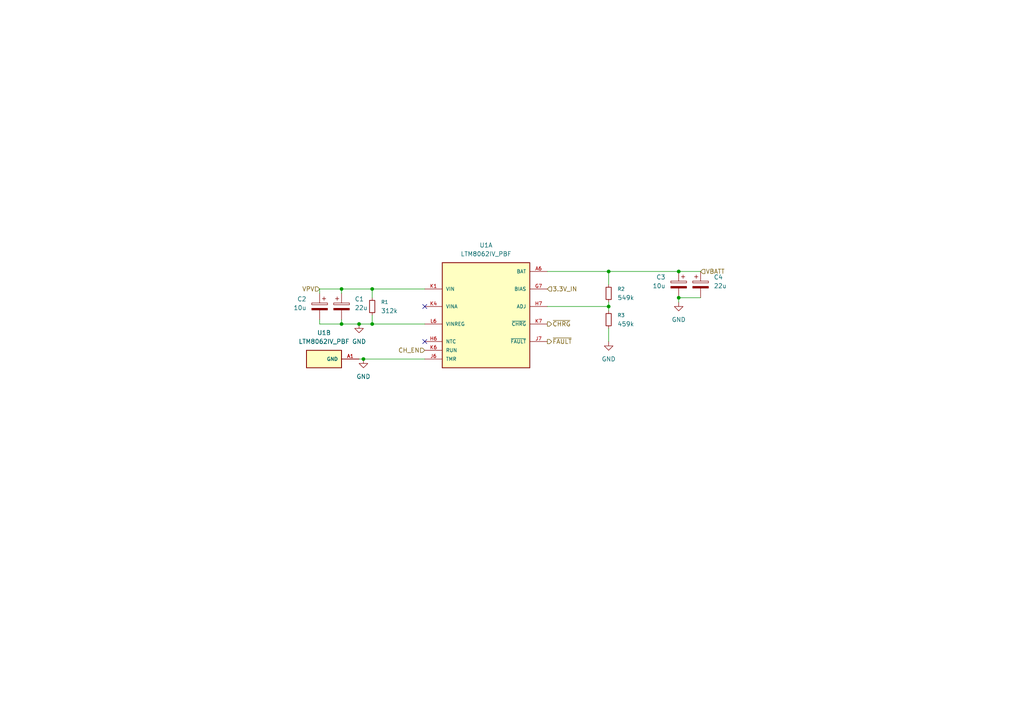
<source format=kicad_sch>
(kicad_sch (version 20250114) (generator "eeschema") (generator_version "9.0")
  (paper "A4")
  (lib_symbols
    (symbol "Device:C_Polarized" (pin_numbers (hide yes)) (pin_names (offset 0.254))
      (property "Reference" "C" (at 0.635 2.54 0))
      (property "Value" "C_Polarized" (at 0.635 -2.54 0))
      (symbol "C_Polarized_0_1"
        (rectangle (start -2.286 0.508) (end 2.286 1.016))
        (polyline (pts (xy -1.778 2.286) (xy -0.762 2.286)))
        (polyline (pts (xy -1.27 2.794) (xy -1.27 1.778)))
        (rectangle (start 2.286 -0.508) (end -2.286 -1.016) (fill (type outline)))
      )
      (symbol "C_Polarized_1_1"
        (pin passive line (at 0 3.81 270) (length 2.794) (name "~") (number "1"))
        (pin passive line (at 0 -3.81 90) (length 2.794) (name "~") (number "2"))
      )
    )
    (symbol "Device:R_Small" (pin_numbers (hide yes)) (pin_names (offset 0.254) (hide yes))
      (property "Reference" "R" (at 0 0 90))
      (property "Value" "R_Small" (at 1.778 0 90))
      (symbol "R_Small_0_1"
        (rectangle (start -0.762 1.778) (end 0.762 -1.778) (stroke (width 0.2032)))
      )
      (symbol "R_Small_1_1"
        (pin passive line (at 0 2.54 270) (length 0.762) (name "~") (number "1"))
        (pin passive line (at 0 -2.54 90) (length 0.762) (name "~") (number "2"))
      )
    )
    (symbol "LTM8062IV_PBF:LTM8062IV_PBF" (pin_names (offset 1.016))
      (property "Reference" "U" (at -12.7 16.002 0))
      (property "Value" "LTM8062IV_PBF" (at -12.7 -17.78 0))
      (symbol "LTM8062IV_PBF_1_0"
        (rectangle (start -12.7 -15.24) (end 12.7 15.24) (stroke (width 0.254)) (fill (type background)))
        (pin input line (at -17.78 7.62 0) (length 5.08) (name "VIN") (number "K1"))
        (pin input line (at -17.78 7.62 0) (length 5.08) (hide yes) (name "VIN") (number "K2"))
        (pin input line (at -17.78 7.62 0) (length 5.08) (hide yes) (name "VIN") (number "K3"))
        (pin input line (at -17.78 7.62 0) (length 5.08) (hide yes) (name "VIN") (number "L1"))
        (pin input line (at -17.78 7.62 0) (length 5.08) (hide yes) (name "VIN") (number "L2"))
        (pin input line (at -17.78 7.62 0) (length 5.08) (hide yes) (name "VIN") (number "L3"))
        (pin input line (at -17.78 2.54 0) (length 5.08) (name "VINA") (number "K4"))
        (pin input line (at -17.78 2.54 0) (length 5.08) (hide yes) (name "VINA") (number "K5"))
        (pin input line (at -17.78 2.54 0) (length 5.08) (hide yes) (name "VINA") (number "L4"))
        (pin input line (at -17.78 2.54 0) (length 5.08) (hide yes) (name "VINA") (number "L5"))
        (pin input line (at -17.78 -2.54 0) (length 5.08) (name "VINREG") (number "L6"))
        (pin input line (at -17.78 -7.62 0) (length 5.08) (name "NTC") (number "H6"))
        (pin input line (at -17.78 -10.16 0) (length 5.08) (name "RUN") (number "K6"))
        (pin passive line (at -17.78 -12.7 0) (length 5.08) (name "TMR") (number "J6"))
        (pin power_in line (at 17.78 12.7 180) (length 5.08) (name "BAT") (number "A6"))
        (pin power_in line (at 17.78 12.7 180) (length 5.08) (hide yes) (name "BAT") (number "A7"))
        (pin power_in line (at 17.78 12.7 180) (length 5.08) (hide yes) (name "BAT") (number "B6"))
        (pin power_in line (at 17.78 12.7 180) (length 5.08) (hide yes) (name "BAT") (number "B7"))
        (pin power_in line (at 17.78 12.7 180) (length 5.08) (hide yes) (name "BAT") (number "C6"))
        (pin power_in line (at 17.78 12.7 180) (length 5.08) (hide yes) (name "BAT") (number "C7"))
        (pin power_in line (at 17.78 12.7 180) (length 5.08) (hide yes) (name "BAT") (number "D6"))
        (pin power_in line (at 17.78 12.7 180) (length 5.08) (hide yes) (name "BAT") (number "D7"))
        (pin power_in line (at 17.78 12.7 180) (length 5.08) (hide yes) (name "BAT") (number "E6"))
        (pin power_in line (at 17.78 12.7 180) (length 5.08) (hide yes) (name "BAT") (number "E7"))
        (pin power_in line (at 17.78 12.7 180) (length 5.08) (hide yes) (name "BAT") (number "F6"))
        (pin power_in line (at 17.78 12.7 180) (length 5.08) (hide yes) (name "BAT") (number "F7"))
        (pin output line (at 17.78 7.62 180) (length 5.08) (name "BIAS") (number "G7"))
        (pin input line (at 17.78 2.54 180) (length 5.08) (name "ADJ") (number "H7"))
        (pin output line (at 17.78 -2.54 180) (length 5.08) (name "~{CHRG}") (number "K7"))
        (pin output line (at 17.78 -7.62 180) (length 5.08) (name "~{FAULT}") (number "J7"))
      )
      (symbol "LTM8062IV_PBF_2_0"
        (rectangle (start -5.08 -2.54) (end 5.08 2.54) (stroke (width 0.254)) (fill (type background)))
        (pin power_in line (at 10.16 0 180) (length 5.08) (name "GND") (number "A1"))
        (pin power_in line (at 10.16 0 180) (length 5.08) (hide yes) (name "GND") (number "A2"))
        (pin power_in line (at 10.16 0 180) (length 5.08) (hide yes) (name "GND") (number "A3"))
        (pin power_in line (at 10.16 0 180) (length 5.08) (hide yes) (name "GND") (number "A4"))
        (pin power_in line (at 10.16 0 180) (length 5.08) (hide yes) (name "GND") (number "A5"))
        (pin power_in line (at 10.16 0 180) (length 5.08) (hide yes) (name "GND") (number "B1"))
        (pin power_in line (at 10.16 0 180) (length 5.08) (hide yes) (name "GND") (number "B2"))
        (pin power_in line (at 10.16 0 180) (length 5.08) (hide yes) (name "GND") (number "B3"))
        (pin power_in line (at 10.16 0 180) (length 5.08) (hide yes) (name "GND") (number "B4"))
        (pin power_in line (at 10.16 0 180) (length 5.08) (hide yes) (name "GND") (number "B5"))
        (pin power_in line (at 10.16 0 180) (length 5.08) (hide yes) (name "GND") (number "C1"))
        (pin power_in line (at 10.16 0 180) (length 5.08) (hide yes) (name "GND") (number "C2"))
        (pin power_in line (at 10.16 0 180) (length 5.08) (hide yes) (name "GND") (number "C3"))
        (pin power_in line (at 10.16 0 180) (length 5.08) (hide yes) (name "GND") (number "C4"))
        (pin power_in line (at 10.16 0 180) (length 5.08) (hide yes) (name "GND") (number "C5"))
        (pin power_in line (at 10.16 0 180) (length 5.08) (hide yes) (name "GND") (number "D1"))
        (pin power_in line (at 10.16 0 180) (length 5.08) (hide yes) (name "GND") (number "D2"))
        (pin power_in line (at 10.16 0 180) (length 5.08) (hide yes) (name "GND") (number "D3"))
        (pin power_in line (at 10.16 0 180) (length 5.08) (hide yes) (name "GND") (number "D4"))
        (pin power_in line (at 10.16 0 180) (length 5.08) (hide yes) (name "GND") (number "D5"))
        (pin power_in line (at 10.16 0 180) (length 5.08) (hide yes) (name "GND") (number "E1"))
        (pin power_in line (at 10.16 0 180) (length 5.08) (hide yes) (name "GND") (number "E2"))
        (pin power_in line (at 10.16 0 180) (length 5.08) (hide yes) (name "GND") (number "E3"))
        (pin power_in line (at 10.16 0 180) (length 5.08) (hide yes) (name "GND") (number "E4"))
        (pin power_in line (at 10.16 0 180) (length 5.08) (hide yes) (name "GND") (number "E5"))
        (pin power_in line (at 10.16 0 180) (length 5.08) (hide yes) (name "GND") (number "F1"))
        (pin power_in line (at 10.16 0 180) (length 5.08) (hide yes) (name "GND") (number "F2"))
        (pin power_in line (at 10.16 0 180) (length 5.08) (hide yes) (name "GND") (number "F3"))
        (pin power_in line (at 10.16 0 180) (length 5.08) (hide yes) (name "GND") (number "F4"))
        (pin power_in line (at 10.16 0 180) (length 5.08) (hide yes) (name "GND") (number "F5"))
        (pin power_in line (at 10.16 0 180) (length 5.08) (hide yes) (name "GND") (number "G1"))
        (pin power_in line (at 10.16 0 180) (length 5.08) (hide yes) (name "GND") (number "G2"))
        (pin power_in line (at 10.16 0 180) (length 5.08) (hide yes) (name "GND") (number "G3"))
        (pin power_in line (at 10.16 0 180) (length 5.08) (hide yes) (name "GND") (number "G4"))
        (pin power_in line (at 10.16 0 180) (length 5.08) (hide yes) (name "GND") (number "G5"))
        (pin power_in line (at 10.16 0 180) (length 5.08) (hide yes) (name "GND") (number "G6"))
        (pin power_in line (at 10.16 0 180) (length 5.08) (hide yes) (name "GND") (number "H1"))
        (pin power_in line (at 10.16 0 180) (length 5.08) (hide yes) (name "GND") (number "H2"))
        (pin power_in line (at 10.16 0 180) (length 5.08) (hide yes) (name "GND") (number "H3"))
        (pin power_in line (at 10.16 0 180) (length 5.08) (hide yes) (name "GND") (number "H4"))
        (pin power_in line (at 10.16 0 180) (length 5.08) (hide yes) (name "GND") (number "H5"))
        (pin power_in line (at 10.16 0 180) (length 5.08) (hide yes) (name "GND") (number "J1"))
        (pin power_in line (at 10.16 0 180) (length 5.08) (hide yes) (name "GND") (number "J2"))
        (pin power_in line (at 10.16 0 180) (length 5.08) (hide yes) (name "GND") (number "J3"))
        (pin power_in line (at 10.16 0 180) (length 5.08) (hide yes) (name "GND") (number "J4"))
        (pin power_in line (at 10.16 0 180) (length 5.08) (hide yes) (name "GND") (number "J5"))
        (pin power_in line (at 10.16 0 180) (length 5.08) (hide yes) (name "GND") (number "L7"))
      )
    )
    (symbol "power:GND" (power) (pin_numbers (hide yes)) (pin_names (offset 0) (hide yes))
      (property "Value" "GND" (at 0 -3.81 0))
      (symbol "GND_0_1"
        (polyline (pts (xy 0 0) (xy 0 -1.27) (xy 1.27 -1.27) (xy 0 -2.54) (xy -1.27 -1.27) (xy 0 -1.27)))
      )
      (symbol "GND_1_1"
        (pin power_in line (at 0 0 270) (length 0) (name "~") (number "1"))
      )
    )
  )
  (junction (at 104.14 93.98))
  (junction (at 176.53 88.9))
  (junction (at 105.41 104.14))
  (junction (at 99.06 93.98))
  (junction (at 107.95 83.82))
  (junction (at 107.95 93.98))
  (junction (at 196.85 78.74))
  (junction (at 196.85 86.36))
  (junction (at 176.53 78.74))
  (junction (at 99.06 83.82))
  (no_connect (at 123.19 88.9))
  (no_connect (at 123.19 99.06))
  (wire (pts (xy 92.71 92.71) (xy 92.71 93.98)))
  (wire (pts (xy 107.95 91.44) (xy 107.95 93.98)))
  (wire (pts (xy 158.75 88.9) (xy 176.53 88.9)))
  (wire (pts (xy 105.41 104.14) (xy 123.19 104.14)))
  (wire (pts (xy 99.06 83.82) (xy 107.95 83.82)))
  (wire (pts (xy 92.71 83.82) (xy 92.71 85.09)))
  (wire (pts (xy 107.95 83.82) (xy 107.95 86.36)))
  (wire (pts (xy 107.95 83.82) (xy 123.19 83.82)))
  (wire (pts (xy 92.71 83.82) (xy 99.06 83.82)))
  (wire (pts (xy 176.53 87.63) (xy 176.53 88.9)))
  (wire (pts (xy 176.53 78.74) (xy 196.85 78.74)))
  (wire (pts (xy 104.14 104.14) (xy 105.41 104.14)))
  (wire (pts (xy 92.71 93.98) (xy 99.06 93.98)))
  (wire (pts (xy 196.85 78.74) (xy 203.2 78.74)))
  (wire (pts (xy 99.06 83.82) (xy 99.06 85.09)))
  (wire (pts (xy 158.75 78.74) (xy 176.53 78.74)))
  (wire (pts (xy 196.85 86.36) (xy 203.2 86.36)))
  (wire (pts (xy 107.95 93.98) (xy 123.19 93.98)))
  (wire (pts (xy 176.53 88.9) (xy 176.53 90.17)))
  (wire (pts (xy 99.06 93.98) (xy 104.14 93.98)))
  (wire (pts (xy 99.06 92.71) (xy 99.06 93.98)))
  (wire (pts (xy 176.53 95.25) (xy 176.53 99.06)))
  (wire (pts (xy 196.85 86.36) (xy 196.85 87.63)))
  (wire (pts (xy 176.53 78.74) (xy 176.53 82.55)))
  (wire (pts (xy 104.14 93.98) (xy 107.95 93.98)))
  (hierarchical_label "~{FAULT}" (shape output) (at 158.75 99.06 0))
  (hierarchical_label "VBATT" (shape input) (at 203.2 78.74 0))
  (hierarchical_label "~{CHRG}" (shape output) (at 158.75 93.98 0))
  (hierarchical_label "CH_EN" (shape input) (at 123.19 101.6 180))
  (hierarchical_label "3.3V_IN" (shape input) (at 158.75 83.82 0))
  (hierarchical_label "VPV" (shape input) (at 92.71 83.82 180))
  (symbol (lib_id "Device:R_Small") (at 107.95 88.9 0) (unit 1)
    (property "Reference" "R1" (at 110.49 87.6299 0) (effects (font (size 1.016 1.016)) (justify left)))
    (property "Value" "312k" (at 110.49 90.1699 0) (effects (justify left)))
    (property "Description" "Resistor, small symbol" (effects (hide yes)))
  )
  (symbol (lib_id "Device:R_Small") (at 176.53 92.71 0) (unit 1)
    (property "Reference" "R3" (at 179.07 91.4399 0) (effects (font (size 1.016 1.016)) (justify left)))
    (property "Value" "459k" (at 179.07 93.9799 0) (effects (justify left)))
    (property "Description" "Resistor, small symbol" (effects (hide yes)))
  )
  (symbol (lib_id "Device:R_Small") (at 176.53 85.09 0) (unit 1)
    (property "Reference" "R2" (at 179.07 83.8199 0) (effects (font (size 1.016 1.016)) (justify left)))
    (property "Value" "549k" (at 179.07 86.3599 0) (effects (justify left)))
    (property "Description" "Resistor, small symbol" (effects (hide yes)))
  )
  (symbol (lib_id "Device:C_Polarized") (at 99.06 88.9 0) (unit 1)
    (property "Reference" "C1" (at 102.87 86.7409 0) (effects (justify left)))
    (property "Value" "22u" (at 102.87 89.2809 0) (effects (justify left)))
    (property "Description" "Polarized capacitor" (effects (hide yes)))
  )
  (symbol (lib_id "LTM8062IV_PBF:LTM8062IV_PBF") (at 93.98 104.14 0) (unit 2)
    (property "Reference" "U1" (at 93.98 96.52 0))
    (property "Value" "LTM8062IV_PBF" (at 93.98 99.06 0))
    (property "Footprint" "LTM8062IV_PBF:IC_LTM8062IV_PBF" (effects (hide yes)))
    (property "MF" "Analog Devices" (effects (hide yes)))
    (property "MAXIMUM_PACKAGE_HEIGHT" "4.42mm" (effects (hide yes)))
    (property "Package" "LGA-77 Linear Technology" (effects (hide yes)))
    (property "Price" "None" (effects (hide yes)))
    (property "Check_prices" "https://www.snapeda.com/parts/LTM8062IV%23PBF/Analog+Devices/view-part/?ref=eda" (effects (hide yes)))
    (property "STANDARD" "Manufacturer Recommendations" (effects (hide yes)))
    (property "PARTREV" "D" (effects (hide yes)))
    (property "SnapEDA_Link" "https://www.snapeda.com/parts/LTM8062IV%23PBF/Analog+Devices/view-part/?ref=snap" (effects (hide yes)))
    (property "MP" "LTM8062IV#PBF" (effects (hide yes)))
    (property "Description_1" "32VIN, 2A μModule (Power Module) Power Tracking Battery Charger" (effects (hide yes)))
    (property "Availability" "In Stock" (effects (hide yes)))
    (property "MANUFACTURER" "Analog Devices" (effects (hide yes)))
  )
  (symbol (lib_id "power:GND") (at 104.14 93.98 0) (unit 1)
    (property "Reference" "#PWR04" (effects (hide yes)))
    (property "Value" "GND" (at 104.14 99.06 0))
    (property "Description" "Power symbol creates a global label with name \"GND\" , ground" (effects (hide yes)))
  )
  (symbol (lib_id "power:GND") (at 105.41 104.14 0) (unit 1)
    (property "Reference" "#PWR03" (effects (hide yes)))
    (property "Value" "GND" (at 105.41 109.22 0))
    (property "Description" "Power symbol creates a global label with name \"GND\" , ground" (effects (hide yes)))
  )
  (symbol (lib_id "Device:C_Polarized") (at 92.71 88.9 0) (mirror y) (unit 1)
    (property "Reference" "C2" (at 88.9 86.7409 0) (effects (justify left)))
    (property "Value" "10u" (at 88.9 89.2809 0) (effects (justify left)))
    (property "Description" "Polarized capacitor" (effects (hide yes)))
  )
  (symbol (lib_id "Device:C_Polarized") (at 196.85 82.55 0) (mirror y) (unit 1)
    (property "Reference" "C3" (at 193.04 80.3909 0) (effects (justify left)))
    (property "Value" "10u" (at 193.04 82.9309 0) (effects (justify left)))
    (property "Description" "Polarized capacitor" (effects (hide yes)))
  )
  (symbol (lib_id "power:GND") (at 196.85 87.63 0) (unit 1)
    (property "Reference" "#PWR05" (effects (hide yes)))
    (property "Value" "GND" (at 196.85 92.71 0))
    (property "Description" "Power symbol creates a global label with name \"GND\" , ground" (effects (hide yes)))
  )
  (symbol (lib_id "Device:C_Polarized") (at 203.2 82.55 0) (unit 1)
    (property "Reference" "C4" (at 207.01 80.3909 0) (effects (justify left)))
    (property "Value" "22u" (at 207.01 82.9309 0) (effects (justify left)))
    (property "Description" "Polarized capacitor" (effects (hide yes)))
  )
  (symbol (lib_id "power:GND") (at 176.53 99.06 0) (unit 1)
    (property "Reference" "#PWR06" (effects (hide yes)))
    (property "Value" "GND" (at 176.53 104.14 0))
    (property "Description" "Power symbol creates a global label with name \"GND\" , ground" (effects (hide yes)))
  )
  (symbol (lib_id "LTM8062IV_PBF:LTM8062IV_PBF") (at 140.97 91.44 0) (unit 1)
    (property "Reference" "U1" (at 140.97 71.12 0))
    (property "Value" "LTM8062IV_PBF" (at 140.97 73.66 0))
    (property "Footprint" "LTM8062IV_PBF:IC_LTM8062IV_PBF" (effects (hide yes)))
    (property "MF" "Analog Devices" (effects (hide yes)))
    (property "MAXIMUM_PACKAGE_HEIGHT" "4.42mm" (effects (hide yes)))
    (property "Package" "LGA-77 Linear Technology" (effects (hide yes)))
    (property "Price" "None" (effects (hide yes)))
    (property "Check_prices" "https://www.snapeda.com/parts/LTM8062IV%23PBF/Analog+Devices/view-part/?ref=eda" (effects (hide yes)))
    (property "STANDARD" "Manufacturer Recommendations" (effects (hide yes)))
    (property "PARTREV" "D" (effects (hide yes)))
    (property "SnapEDA_Link" "https://www.snapeda.com/parts/LTM8062IV%23PBF/Analog+Devices/view-part/?ref=snap" (effects (hide yes)))
    (property "MP" "LTM8062IV#PBF" (effects (hide yes)))
    (property "Description_1" "32VIN, 2A μModule (Power Module) Power Tracking Battery Charger" (effects (hide yes)))
    (property "Availability" "In Stock" (effects (hide yes)))
    (property "MANUFACTURER" "Analog Devices" (effects (hide yes)))
  )
)
</source>
